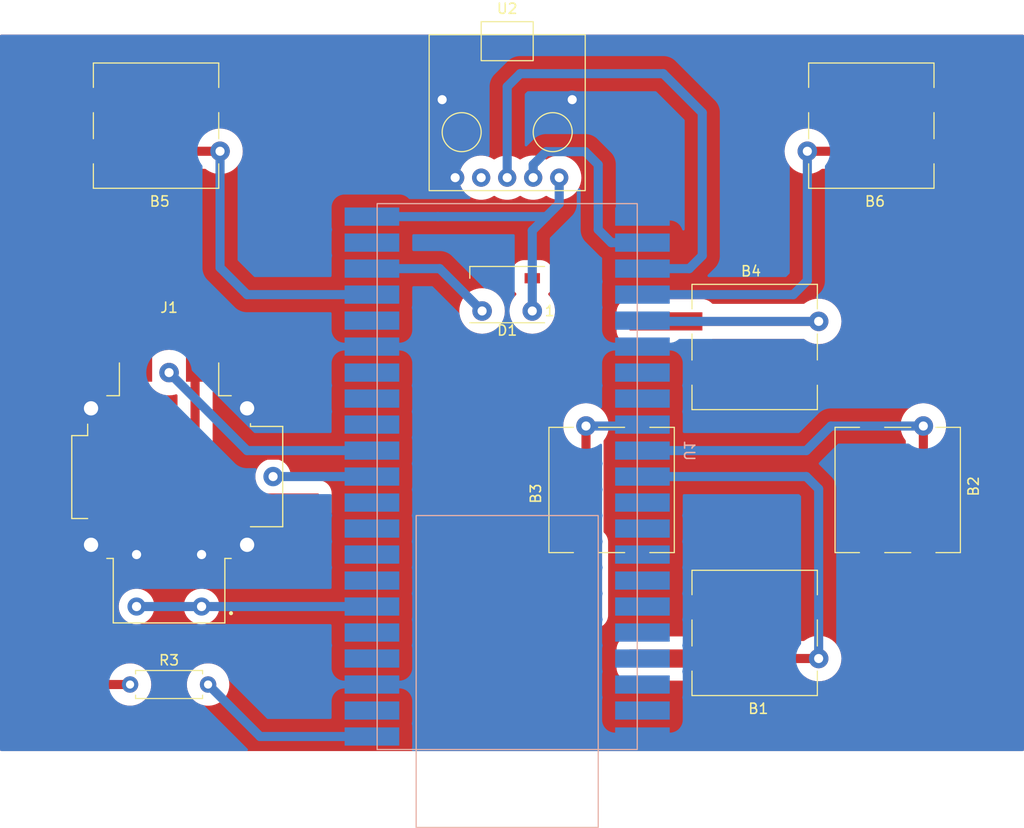
<source format=kicad_pcb>
(kicad_pcb (version 20211014) (generator pcbnew)
  (layers (0 "F.Cu" signal) (31 "B.Cu" signal) (34 "B.Paste" user) (35 "F.Paste" user) (36 "B.SilkS" user "B.Silkscreen") (37 "F.SilkS" user "F.Silkscreen") (38 "B.Mask" user) (39 "F.Mask" user) (44 "Edge.Cuts" user))
  (net 0 "")
  (net 1 "GND")
  (net 2 "Net-(J1-PadH1)")
  (net 3 "+3V3")
  (net 4 "+5V")
  (net 6 "LED")
  (net 7 "J1H")
  (net 8 "J1V")
  (net 9 "J1B")
  (net 10 "USB-")
  (net 11 "USB+")
  (net 28 "B1")
  (net 29 "B2")
  (net 30 "B3")
  (net 31 "B4")
  (net 32 "B5")
  (net 33 "B6")
  (footprint "Resistor_THT:R_Axial_DIN0207_L6.3mm_D2.5mm_P7.62mm_Horizontal" (layer "F.Cu") (at 68.58 96.52)
    (fp_text reference "R3" (at 3.81 -2.37) (layer "F.SilkS"))
    (fp_text value "1K")
    (fp_line (start 0.54 1.37) (end 7.08 1.37) (layer "F.SilkS") (width 0.12))
    (fp_line (start 0.54 -1.37) (end 7.08 -1.37) (layer "F.SilkS") (width 0.12))
    (fp_line (start 7.08 1.37) (end 7.08 1.04) (layer "F.SilkS") (width 0.12))
    (fp_line (start 7.08 -1.37) (end 7.08 -1.04) (layer "F.SilkS") (width 0.12))
    (fp_line (start 0.54 -1.04) (end 0.54 -1.37) (layer "F.SilkS") (width 0.12))
    (fp_line (start 0.54 1.04) (end 0.54 1.37) (layer "F.SilkS") (width 0.12))
    (pad "1" thru_hole circle (at 0 0) (size 1.6 1.6) (drill 0.8) (layers *.Cu *.Mask) (net 2 "Net-(J1-PadH1)"))
    (pad "2" thru_hole oval (at 7.62 0) (size 1.6 1.6) (drill 0.8) (layers *.Cu *.Mask) (net 3 "+3V3"))
  )
  (footprint "MXPAD:FSM103A-SMD" (layer "F.Cu") (at 118.11 71.2597 -90)
    (fp_text reference "B3" (at 6.604 9.906 90) (layer "F.SilkS"))
    (fp_text value "FSM103A")
    (fp_line (start 0.127 8.6233) (end 12.3698 8.6233) (layer "F.SilkS") (width 0.12))
    (fp_line (start 0.127 1.23444) (end 0.127 3.77591) (layer "F.SilkS") (width 0.12))
    (fp_line (start 12.3698 8.6233) (end 12.3698 6.23169) (layer "F.SilkS") (width 0.12))
    (fp_line (start 12.3698 -3.6195) (end 0.127 -3.6195) (layer "F.SilkS") (width 0.12))
    (fp_line (start 0.127 6.23169) (end 0.127 8.6233) (layer "F.SilkS") (width 0.12))
    (fp_line (start 12.3698 3.77591) (end 12.3698 1.22789) (layer "F.SilkS") (width 0.12))
    (fp_line (start 12.3698 -1.22789) (end 12.3698 -3.6195) (layer "F.SilkS") (width 0.12))
    (fp_line (start 0.127 -3.6195) (end 0.127 -1.23444) (layer "F.SilkS") (width 0.12))
    (pad "1" smd rect (at 0 0 270) (size 7.112 1.778) (drill (offset -2.413 0)) (layers "F.Cu" "F.Paste" "F.Mask") (net 1 "GND"))
    (pad "2" thru_hole circle (at 0 5.0038 270) (size 1.905 1.905) (drill 0.889) (layers *.Cu *.Mask) (net 30 "B3"))
    (pad "3" smd rect (at 12.4968 5.0038 270) (size 7.112 1.778) (drill (offset 2.413 0)) (layers "F.Cu" "F.Paste" "F.Mask") (net 30 "B3"))
    (pad "4" smd rect (at 12.4968 0 270) (size 7.112 1.778) (drill (offset 2.413 0)) (layers "F.Cu" "F.Paste" "F.Mask") (net 1 "GND"))
  )
  (footprint "LED_SMD:LED_WS2812B_PLCC4_5.0x5.0mm_P3.2mm" (layer "F.Cu") (at 105.41 58.42 180)
    (fp_text reference "D1" (at 0 -3.5) (layer "F.SilkS"))
    (fp_text value "WS2812B")
    (fp_text user "1" (at -4.15 -1.6) (layer "F.SilkS"))
    (fp_line (start 3.65 2.75) (end 3.65 1.6) (layer "F.SilkS") (width 0.12))
    (fp_line (start -3.65 -2.75) (end 3.65 -2.75) (layer "F.SilkS") (width 0.12))
    (fp_line (start -3.65 2.75) (end 3.65 2.75) (layer "F.SilkS") (width 0.12))
    (pad "1" thru_hole circle (at -2.450008 -1.599997 180) (size 1.905 1.905) (drill 0.889) (layers *.Cu *.Mask) (net 4 "+5V"))
    (pad "2" smd rect (at -2.45 1.6 180) (size 1.5 1) (layers "F.Cu" "F.Paste" "F.Mask"))
    (pad "3" smd rect (at 2.450008 1.599997 180) (size 1.5 1) (layers "F.Cu" "F.Paste" "F.Mask") (net 1 "GND"))
    (pad "4" thru_hole circle (at 2.450008 -1.599997 180) (size 1.905 1.905) (drill 0.889) (layers *.Cu *.Mask) (net 6 "LED"))
  )
  (footprint "MXPAD:FSM103A-SMD" (layer "F.Cu") (at 141.0462 83.7565 90)
    (fp_text reference "B2" (at 6.604 9.906 90) (layer "F.SilkS"))
    (fp_text value "FSM103A")
    (fp_line (start 0.127 8.6233) (end 12.3698 8.6233) (layer "F.SilkS") (width 0.12))
    (fp_line (start 12.3698 8.6233) (end 12.3698 6.23169) (layer "F.SilkS") (width 0.12))
    (fp_line (start 12.3698 -3.6195) (end 0.127 -3.6195) (layer "F.SilkS") (width 0.12))
    (fp_line (start 12.3698 3.77591) (end 12.3698 1.22789) (layer "F.SilkS") (width 0.12))
    (fp_line (start 12.3698 -1.22789) (end 12.3698 -3.6195) (layer "F.SilkS") (width 0.12))
    (fp_line (start 0.127 6.23169) (end 0.127 8.6233) (layer "F.SilkS") (width 0.12))
    (fp_line (start 0.127 1.23444) (end 0.127 3.77591) (layer "F.SilkS") (width 0.12))
    (fp_line (start 0.127 -3.6195) (end 0.127 -1.23444) (layer "F.SilkS") (width 0.12))
    (pad "1" smd rect (at 0 0 90) (size 7.112 1.778) (drill (offset -2.413 0)) (layers "F.Cu" "F.Paste" "F.Mask") (net 1 "GND"))
    (pad "2" smd rect (at 0 5.0038 90) (size 7.112 1.778) (drill (offset -2.413 0)) (layers "F.Cu" "F.Paste" "F.Mask") (net 29 "B2"))
    (pad "3" thru_hole circle (at 12.4968 5.0038 90) (size 1.905 1.905) (drill 0.889) (layers *.Cu *.Mask) (net 29 "B2"))
    (pad "4" smd rect (at 12.4968 0 90) (size 7.112 1.778) (drill (offset 2.413 0)) (layers "F.Cu" "F.Paste" "F.Mask") (net 1 "GND"))
  )
  (footprint "MXPAD:FSM103A-SMD" (layer "F.Cu") (at 123.3297 88.9762)
    (fp_text reference "B1" (at 6.604 9.906) (layer "F.SilkS"))
    (fp_text value "FSM103A")
    (fp_line (start 0.127 8.6233) (end 12.3698 8.6233) (layer "F.SilkS") (width 0.12))
    (fp_line (start 12.3698 -3.6195) (end 0.127 -3.6195) (layer "F.SilkS") (width 0.12))
    (fp_line (start 0.127 6.23169) (end 0.127 8.6233) (layer "F.SilkS") (width 0.12))
    (fp_line (start 12.3698 8.6233) (end 12.3698 6.23169) (layer "F.SilkS") (width 0.12))
    (fp_line (start 0.127 -3.6195) (end 0.127 -1.23444) (layer "F.SilkS") (width 0.12))
    (fp_line (start 12.3698 3.77591) (end 12.3698 1.22789) (layer "F.SilkS") (width 0.12))
    (fp_line (start 0.127 1.23444) (end 0.127 3.77591) (layer "F.SilkS") (width 0.12))
    (fp_line (start 12.3698 -1.22789) (end 12.3698 -3.6195) (layer "F.SilkS") (width 0.12))
    (pad "1" smd rect (at 0 0) (size 7.112 1.778) (drill (offset -2.413 0)) (layers "F.Cu" "F.Paste" "F.Mask") (net 1 "GND"))
    (pad "2" smd rect (at 0 5.0038) (size 7.112 1.778) (drill (offset -2.413 0)) (layers "F.Cu" "F.Paste" "F.Mask") (net 28 "B1"))
    (pad "3" thru_hole circle (at 12.4968 5.0038) (size 1.905 1.905) (drill 0.889) (layers *.Cu *.Mask) (net 28 "B1"))
    (pad "4" smd rect (at 12.4968 0) (size 7.112 1.778) (drill (offset 2.413 0)) (layers "F.Cu" "F.Paste" "F.Mask") (net 1 "GND"))
  )
  (footprint "MXPAD:COM-09032-SMD" (layer "F.Cu") (at 72.39 76.2 180)
    (fp_text reference "J1" (at 0 16.51) (layer "F.SilkS"))
    (fp_text value "COM-09032")
    (fp_line (start -5.45 -14.3) (end 5.45 -14.3) (layer "F.SilkS") (width 0.127))
    (fp_line (start -7.95 5.17) (end -7.95 4.9) (layer "F.SilkS") (width 0.127))
    (fp_line (start -11.1 -4.9) (end -7.95 -4.9) (layer "F.SilkS") (width 0.127))
    (fp_line (start 7.95 -4.1) (end 9.5 -4.1) (layer "F.SilkS") (width 0.127))
    (fp_line (start -5.45 -8) (end -5.45 -14.3) (layer "F.SilkS") (width 0.127))
    (fp_line (start -4.85 11.1) (end -4.85 7.9) (layer "F.SilkS") (width 0.127))
    (fp_line (start 5.45 -14.3) (end 5.45 -8) (layer "F.SilkS") (width 0.127))
    (fp_line (start 5.45 -8) (end 6.08 -8) (layer "F.SilkS") (width 0.127))
    (fp_line (start -4.85 7.9) (end -6.07 7.9) (layer "F.SilkS") (width 0.127))
    (fp_line (start -11.1 4.9) (end -11.1 -4.9) (layer "F.SilkS") (width 0.127))
    (fp_line (start -7.95 4.9) (end -11.1 4.9) (layer "F.SilkS") (width 0.127))
    (fp_line (start 6.08 7.9) (end 4.85 7.9) (layer "F.SilkS") (width 0.127))
    (fp_line (start 4.85 7.9) (end 4.85 11.1) (layer "F.SilkS") (width 0.127))
    (fp_line (start 7.95 4) (end 7.95 5.12) (layer "F.SilkS") (width 0.127))
    (fp_line (start 9.5 -4.1) (end 9.5 4) (layer "F.SilkS") (width 0.127))
    (fp_line (start -6.07 -8) (end -5.45 -8) (layer "F.SilkS") (width 0.127))
    (fp_line (start 9.5 4) (end 7.95 4) (layer "F.SilkS") (width 0.127))
    (fp_circle (center -6.05 -13.35) (end -5.95 -13.35) (layer "F.SilkS") (width 0.2) (fill none))
    (pad "B1A" thru_hole circle (at -3.175 -12.7 180) (size 1.778 1.778) (drill 0.9) (layers *.Cu *.Mask) (remove_unused_layers) (net 9 "J1B"))
    (pad "B1B" thru_hole circle (at 3.175 -12.7 180) (size 1.778 1.778) (drill 0.9) (layers *.Cu *.Mask) (remove_unused_layers) (net 9 "J1B"))
    (pad "B2A" thru_hole circle (at -3.175 -7.62 180) (size 1.778 1.778) (drill 0.9) (layers *.Cu *.Mask) (remove_unused_layers) (net 1 "GND"))
    (pad "B2B" thru_hole circle (at 3.175 -7.62 180) (size 1.778 1.778) (drill 0.9) (layers *.Cu *.Mask) (remove_unused_layers) (net 1 "GND"))
    (pad "H1" smd rect (at -2.54 10.16 180) (size 1.778 5.334) (drill (offset 0 1.778)) (layers "F.Cu" "F.Paste" "F.Mask") (net 2 "Net-(J1-PadH1)"))
    (pad "H2" thru_hole circle (at 0 10.16 180) (size 1.905 1.905) (drill 0.889) (layers *.Cu *.Mask) (net 7 "J1H"))
    (pad "H3" smd rect (at 2.54 10.16 180) (size 1.778 5.334) (drill (offset 0 1.778)) (layers "F.Cu" "F.Paste" "F.Mask") (net 1 "GND"))
    (pad "S1" thru_hole circle (at -7.62 -6.6675 180) (size 2.286 2.286) (drill 1.397) (layers *.Cu *.Mask) (remove_unused_layers) (net 1 "GND"))
    (pad "S2" thru_hole circle (at -7.62 6.6675 180) (size 2.286 2.286) (drill 1.397) (layers *.Cu *.Mask) (remove_unused_layers) (net 1 "GND"))
    (pad "S3" thru_hole circle (at 7.62 6.6675 180) (size 2.286 2.286) (drill 1.397) (layers *.Cu *.Mask) (remove_unused_layers) (net 1 "GND"))
    (pad "S4" thru_hole circle (at 7.62 -6.6675 180) (size 2.286 2.286) (drill 1.397) (layers *.Cu *.Mask) (remove_unused_layers) (net 1 "GND"))
    (pad "V1" smd rect (at -10.16 -2.54 180) (size 5.334 1.778) (drill (offset -1.778 0)) (layers "F.Cu" "F.Paste" "F.Mask") (net 2 "Net-(J1-PadH1)"))
    (pad "V2" thru_hole circle (at -10.16 0 180) (size 1.905 1.905) (drill 0.889) (layers *.Cu *.Mask) (remove_unused_layers) (net 8 "J1V"))
    (pad "V3" smd rect (at -10.16 2.54 180) (size 5.334 1.778) (drill (offset -1.778 0)) (layers "F.Cu" "F.Paste" "F.Mask") (net 1 "GND"))
  )
  (footprint "MXPAD:FSM103A-SMD" (layer "F.Cu") (at 64.8716 39.4081)
    (fp_text reference "B5" (at 6.604 9.906) (layer "F.SilkS"))
    (fp_text value "FSM103A")
    (fp_line (start 0.127 -3.6195) (end 0.127 -1.23444) (layer "F.SilkS") (width 0.12))
    (fp_line (start 12.3698 -3.6195) (end 0.127 -3.6195) (layer "F.SilkS") (width 0.12))
    (fp_line (start 0.127 1.23444) (end 0.127 3.77591) (layer "F.SilkS") (width 0.12))
    (fp_line (start 12.3698 3.77591) (end 12.3698 1.22789) (layer "F.SilkS") (width 0.12))
    (fp_line (start 0.127 6.23169) (end 0.127 8.6233) (layer "F.SilkS") (width 0.12))
    (fp_line (start 0.127 8.6233) (end 12.3698 8.6233) (layer "F.SilkS") (width 0.12))
    (fp_line (start 12.3698 8.6233) (end 12.3698 6.23169) (layer "F.SilkS") (width 0.12))
    (fp_line (start 12.3698 -1.22789) (end 12.3698 -3.6195) (layer "F.SilkS") (width 0.12))
    (pad "1" smd rect (at 0 0) (size 7.112 1.778) (drill (offset -2.413 0)) (layers "F.Cu" "F.Paste" "F.Mask") (net 1 "GND"))
    (pad "2" smd rect (at 0 5.0038) (size 7.112 1.778) (drill (offset -2.413 0)) (layers "F.Cu" "F.Paste" "F.Mask") (net 32 "B5"))
    (pad "3" thru_hole circle (at 12.4968 5.0038) (size 1.905 1.905) (drill 0.889) (layers *.Cu *.Mask) (net 32 "B5"))
    (pad "4" smd rect (at 12.4968 0) (size 7.112 1.778) (drill (offset 2.413 0)) (layers "F.Cu" "F.Paste" "F.Mask") (net 1 "GND"))
  )
  (footprint "MXPAD:MicroUSB" (layer "F.Cu") (at 105.41 41.91)
    (fp_text reference "U2" (at 0 -11.43 unlocked) (layer "F.SilkS"))
    (fp_text value "MicroUSB")
    (fp_rect (start -2.54 -10.16) (end 2.54 -6.35) (layer "F.SilkS") (width 0.12) (fill none))
    (fp_rect (start -7.62 -8.89) (end 7.62 6.35) (layer "F.SilkS") (width 0.12) (fill none))
    (fp_circle (center -4.445 0.635) (end -2.54 0.635) (layer "F.SilkS") (width 0.12) (fill none))
    (fp_circle (center 4.445 0.635) (end 6.35 0.635) (layer "F.SilkS") (width 0.12) (fill none))
    (pad "1" thru_hole circle (at -5.08 5.08) (size 1.778 1.778) (drill 0.889) (layers *.Cu *.Mask) (net 1 "GND"))
    (pad "2" thru_hole circle (at -2.54 5.08) (size 1.778 1.778) (drill 0.889) (layers *.Cu *.Mask))
    (pad "3" thru_hole circle (at 0 5.08) (size 1.778 1.778) (drill 0.889) (layers *.Cu *.Mask) (net 11 "USB+"))
    (pad "4" thru_hole circle (at 2.54 5.08) (size 1.778 1.778) (drill 0.889) (layers *.Cu *.Mask) (net 10 "USB-"))
    (pad "5" thru_hole circle (at 5.08 5.08) (size 1.778 1.778) (drill 0.889) (layers *.Cu *.Mask) (net 4 "+5V"))
    (pad "6" thru_hole circle (at 6.35 -2.54) (size 1.778 1.778) (drill 0.889) (layers *.Cu *.Mask) (net 1 "GND"))
    (pad "7" thru_hole circle (at -6.35 -2.54) (size 1.778 1.778) (drill 0.889) (layers *.Cu *.Mask) (net 1 "GND"))
  )
  (footprint "MXPAD:FSM103A-SMD" (layer "F.Cu") (at 134.7216 39.4081)
    (fp_text reference "B6" (at 6.604 9.906) (layer "F.SilkS"))
    (fp_text value "FSM103A")
    (fp_line (start 0.127 8.6233) (end 12.3698 8.6233) (layer "F.SilkS") (width 0.12))
    (fp_line (start 0.127 6.23169) (end 0.127 8.6233) (layer "F.SilkS") (width 0.12))
    (fp_line (start 12.3698 -3.6195) (end 0.127 -3.6195) (layer "F.SilkS") (width 0.12))
    (fp_line (start 0.127 -3.6195) (end 0.127 -1.23444) (layer "F.SilkS") (width 0.12))
    (fp_line (start 12.3698 8.6233) (end 12.3698 6.23169) (layer "F.SilkS") (width 0.12))
    (fp_line (start 0.127 1.23444) (end 0.127 3.77591) (layer "F.SilkS") (width 0.12))
    (fp_line (start 12.3698 -1.22789) (end 12.3698 -3.6195) (layer "F.SilkS") (width 0.12))
    (fp_line (start 12.3698 3.77591) (end 12.3698 1.22789) (layer "F.SilkS") (width 0.12))
    (pad "1" smd rect (at 0 0) (size 7.112 1.778) (drill (offset -2.413 0)) (layers "F.Cu" "F.Paste" "F.Mask") (net 1 "GND"))
    (pad "2" thru_hole circle (at 0 5.0038) (size 1.905 1.905) (drill 0.889) (layers *.Cu *.Mask) (net 33 "B6"))
    (pad "3" smd rect (at 12.4968 5.0038) (size 7.112 1.778) (drill (offset 2.413 0)) (layers "F.Cu" "F.Paste" "F.Mask") (net 33 "B6"))
    (pad "4" smd rect (at 12.4968 0) (size 7.112 1.778) (drill (offset 2.413 0)) (layers "F.Cu" "F.Paste" "F.Mask") (net 1 "GND"))
  )
  (footprint "MXPAD:FSM103A-SMD" (layer "F.Cu") (at 135.8265 66.04 180)
    (fp_text reference "B4" (at 6.604 9.906) (layer "F.SilkS"))
    (fp_text value "FSM103A")
    (fp_line (start 0.127 6.23169) (end 0.127 8.6233) (layer "F.SilkS") (width 0.12))
    (fp_line (start 12.3698 -1.22789) (end 12.3698 -3.6195) (layer "F.SilkS") (width 0.12))
    (fp_line (start 12.3698 3.77591) (end 12.3698 1.22789) (layer "F.SilkS") (width 0.12))
    (fp_line (start 0.127 1.23444) (end 0.127 3.77591) (layer "F.SilkS") (width 0.12))
    (fp_line (start 12.3698 -3.6195) (end 0.127 -3.6195) (layer "F.SilkS") (width 0.12))
    (fp_line (start 0.127 8.6233) (end 12.3698 8.6233) (layer "F.SilkS") (width 0.12))
    (fp_line (start 0.127 -3.6195) (end 0.127 -1.23444) (layer "F.SilkS") (width 0.12))
    (fp_line (start 12.3698 8.6233) (end 12.3698 6.23169) (layer "F.SilkS") (width 0.12))
    (pad "1" smd rect (at 0 0 180) (size 7.112 1.778) (drill (offset -2.413 0)) (layers "F.Cu" "F.Paste" "F.Mask") (net 1 "GND"))
    (pad "2" thru_hole circle (at 0 5.0038 180) (size 1.905 1.905) (drill 0.889) (layers *.Cu *.Mask) (net 31 "B4"))
    (pad "3" smd rect (at 12.4968 5.0038 180) (size 7.112 1.778) (drill (offset 2.413 0)) (layers "F.Cu" "F.Paste" "F.Mask") (net 31 "B4"))
    (pad "4" smd rect (at 12.4968 0 180) (size 7.112 1.778) (drill (offset 2.413 0)) (layers "F.Cu" "F.Paste" "F.Mask") (net 1 "GND"))
  )
  (footprint "MXPAD:NodeMCU-12K-SMD" (layer "B.Cu") (at 105.41 73.66)
    (fp_text reference "U1" (at 17.78 0 -90 unlocked) (layer "B.SilkS") (effects (justify mirror)))
    (fp_text value "NodeMCU-12K")
    (fp_rect (start -12.7 29.21) (end 12.7 -24.13) (layer "B.SilkS") (width 0.12) (fill none))
    (fp_rect (start -8.89 36.83) (end 8.89 6.35) (layer "B.SilkS") (width 0.12) (fill none))
    (pad "1" smd rect (at -11.43 27.94) (size 5.334 1.778) (drill (offset -1.778 0)) (layers "B.Cu" "B.Paste" "B.Mask") (net 3 "+3V3"))
    (pad "2" smd rect (at -11.43 25.4) (size 5.334 1.778) (drill (offset -1.778 0)) (layers "B.Cu" "B.Paste" "B.Mask"))
    (pad "3" smd rect (at -11.43 22.86) (size 5.334 1.778) (drill (offset -1.778 0)) (layers "B.Cu" "B.Paste" "B.Mask") (net 1 "GND"))
    (pad "4" smd rect (at -11.43 20.32) (size 5.334 1.778) (drill (offset -1.778 0)) (layers "B.Cu" "B.Paste" "B.Mask"))
    (pad "5" smd rect (at -11.43 17.78) (size 5.334 1.778) (drill (offset -1.778 0)) (layers "B.Cu" "B.Paste" "B.Mask"))
    (pad "6" smd rect (at -11.43 15.24) (size 5.334 1.778) (drill (offset -1.778 0)) (layers "B.Cu" "B.Paste" "B.Mask") (net 9 "J1B"))
    (pad "7" smd rect (at -11.43 12.7) (size 5.334 1.778) (drill (offset -1.778 0)) (layers "B.Cu" "B.Paste" "B.Mask"))
    (pad "8" smd rect (at -11.43 10.16) (size 5.334 1.778) (drill (offset -1.778 0)) (layers "B.Cu" "B.Paste" "B.Mask"))
    (pad "9" smd rect (at -11.43 7.62) (size 5.334 1.778) (drill (offset -1.778 0)) (layers "B.Cu" "B.Paste" "B.Mask"))
    (pad "10" smd rect (at -11.43 5.08) (size 5.334 1.778) (drill (offset -1.778 0)) (layers "B.Cu" "B.Paste" "B.Mask"))
    (pad "11" smd rect (at -11.43 2.54) (size 5.334 1.778) (drill (offset -1.778 0)) (layers "B.Cu" "B.Paste" "B.Mask") (net 8 "J1V"))
    (pad "12" smd rect (at -11.43 0) (size 5.334 1.778) (drill (offset -1.778 0)) (layers "B.Cu" "B.Paste" "B.Mask") (net 7 "J1H"))
    (pad "13" smd rect (at -11.43 -2.54) (size 5.334 1.778) (drill (offset -1.778 0)) (layers "B.Cu" "B.Paste" "B.Mask"))
    (pad "14" smd rect (at -11.43 -5.08) (size 5.334 1.778) (drill (offset -1.778 0)) (layers "B.Cu" "B.Paste" "B.Mask"))
    (pad "15" smd rect (at -11.43 -7.62) (size 5.334 1.778) (drill (offset -1.778 0)) (layers "B.Cu" "B.Paste" "B.Mask"))
    (pad "16" smd rect (at -11.43 -10.16) (size 5.334 1.778) (drill (offset -1.778 0)) (layers "B.Cu" "B.Paste" "B.Mask") (net 1 "GND"))
    (pad "17" smd rect (at -11.43 -12.7) (size 5.334 1.778) (drill (offset -1.778 0)) (layers "B.Cu" "B.Paste" "B.Mask"))
    (pad "18" smd rect (at -11.43 -15.24) (size 5.334 1.778) (drill (offset -1.778 0)) (layers "B.Cu" "B.Paste" "B.Mask") (net 32 "B5"))
    (pad "19" smd rect (at -11.43 -17.78) (size 5.334 1.778) (drill (offset -1.778 0)) (layers "B.Cu" "B.Paste" "B.Mask") (net 6 "LED"))
    (pad "20" smd rect (at -11.43 -20.32) (size 5.334 1.778) (drill (offset -1.778 0)) (layers "B.Cu" "B.Paste" "B.Mask"))
    (pad "21" smd rect (at -11.43 -22.86) (size 5.334 1.778) (drill (offset -1.778 0)) (layers "B.Cu" "B.Paste" "B.Mask") (net 4 "+5V"))
    (pad "22" smd rect (at 11.43 -22.86) (size 5.334 1.778) (drill (offset 1.778 0)) (layers "B.Cu" "B.Paste" "B.Mask") (net 1 "GND"))
    (pad "23" smd rect (at 11.43 -20.32) (size 5.334 1.778) (drill (offset 1.778 0)) (layers "B.Cu" "B.Paste" "B.Mask") (net 10 "USB-"))
    (pad "24" smd rect (at 11.43 -17.78) (size 5.334 1.778) (drill (offset 1.778 0)) (layers "B.Cu" "B.Paste" "B.Mask") (net 11 "USB+"))
    (pad "25" smd rect (at 11.43 -15.24) (size 5.334 1.778) (drill (offset 1.778 0)) (layers "B.Cu" "B.Paste" "B.Mask") (net 33 "B6"))
    (pad "26" smd rect (at 11.43 -12.7) (size 5.334 1.778) (drill (offset 1.778 0)) (layers "B.Cu" "B.Paste" "B.Mask") (net 31 "B4"))
    (pad "27" smd rect (at 11.43 -10.16) (size 5.334 1.778) (drill (offset 1.778 0)) (layers "B.Cu" "B.Paste" "B.Mask") (net 1 "GND"))
    (pad "28" smd rect (at 11.43 -7.62) (size 5.334 1.778) (drill (offset 1.778 0)) (layers "B.Cu" "B.Paste" "B.Mask"))
    (pad "29" smd rect (at 11.43 -5.08) (size 5.334 1.778) (drill (offset 1.778 0)) (layers "B.Cu" "B.Paste" "B.Mask"))
    (pad "30" smd rect (at 11.43 -2.54) (size 5.334 1.778) (drill (offset 1.778 0)) (layers "B.Cu" "B.Paste" "B.Mask") (net 30 "B3"))
    (pad "31" smd rect (at 11.43 0) (size 5.334 1.778) (drill (offset 1.778 0)) (layers "B.Cu" "B.Paste" "B.Mask") (net 29 "B2"))
    (pad "32" smd rect (at 11.43 2.54) (size 5.334 1.778) (drill (offset 1.778 0)) (layers "B.Cu" "B.Paste" "B.Mask") (net 28 "B1"))
    (pad "33" smd rect (at 11.43 5.08) (size 5.334 1.778) (drill (offset 1.778 0)) (layers "B.Cu" "B.Paste" "B.Mask"))
    (pad "34" smd rect (at 11.43 7.62) (size 5.334 1.778) (drill (offset 1.778 0)) (layers "B.Cu" "B.Paste" "B.Mask"))
    (pad "35" smd rect (at 11.43 10.16) (size 5.334 1.778) (drill (offset 1.778 0)) (layers "B.Cu" "B.Paste" "B.Mask"))
    (pad "36" smd rect (at 11.43 12.7) (size 5.334 1.778) (drill (offset 1.778 0)) (layers "B.Cu" "B.Paste" "B.Mask"))
    (pad "37" smd rect (at 11.43 15.24) (size 5.334 1.778) (drill (offset 1.778 0)) (layers "B.Cu" "B.Paste" "B.Mask"))
    (pad "38" smd rect (at 11.43 17.78) (size 5.334 1.778) (drill (offset 1.778 0)) (layers "B.Cu" "B.Paste" "B.Mask"))
    (pad "39" smd rect (at 11.43 20.32) (size 5.334 1.778) (drill (offset 1.778 0)) (layers "B.Cu" "B.Paste" "B.Mask"))
    (pad "40" smd rect (at 11.43 22.86) (size 5.334 1.778) (drill (offset 1.778 0)) (layers "B.Cu" "B.Paste" "B.Mask"))
    (pad "41" smd rect (at 11.43 25.4) (size 5.334 1.778) (drill (offset 1.778 0)) (layers "B.Cu" "B.Paste" "B.Mask"))
    (pad "42" smd rect (at 11.43 27.94) (size 5.334 1.778) (drill (offset 1.778 0)) (layers "B.Cu" "B.Paste" "B.Mask") (net 1 "GND"))
  )
  (segment (start 59.69 81.28) (end 63.5 77.47) (width 0.889) (layer "F.Cu") (net 2))
  (segment (start 63.5 77.47) (end 74.93 77.47) (width 0.889) (layer "F.Cu") (net 2))
  (segment (start 82.55 78.74) (end 76.2 78.74) (width 0.889) (layer "F.Cu") (net 2))
  (segment (start 68.58 96.52) (end 62.23 96.52) (width 0.889) (layer "F.Cu") (net 2))
  (segment (start 74.93 77.47) (end 74.93 66.04) (width 0.889) (layer "F.Cu") (net 2))
  (segment (start 59.69 93.98) (end 59.69 81.28) (width 0.889) (layer "F.Cu") (net 2))
  (segment (start 62.23 96.52) (end 59.69 93.98) (width 0.889) (layer "F.Cu") (net 2))
  (segment (start 76.2 78.74) (end 74.93 77.47) (width 0.889) (layer "F.Cu") (net 2))
  (segment (start 76.2 96.52) (end 81.28 101.6) (width 0.889) (layer "B.Cu") (net 3))
  (segment (start 81.28 101.6) (end 93.98 101.6) (width 0.889) (layer "B.Cu") (net 3))
  (segment (start 110.49 46.99) (end 110.49 49.53) (width 0.889) (layer "B.Cu") (net 4))
  (segment (start 109.22 50.8) (end 98.640011 50.8) (width 0.889) (layer "B.Cu") (net 4))
  (segment (start 107.860008 60.019997) (end 107.860008 52.159992) (width 0.889) (layer "B.Cu") (net 4))
  (segment (start 110.49 49.53) (end 109.22 50.8) (width 0.889) (layer "B.Cu") (net 4))
  (segment (start 107.860008 52.159992) (end 109.22 50.8) (width 0.889) (layer "B.Cu") (net 4))
  (segment (start 98.640011 50.8) (end 93.98 50.8) (width 0.889) (layer "B.Cu") (net 4))
  (segment (start 102.959992 60.019997) (end 98.819995 55.88) (width 0.889) (layer "B.Cu") (net 6))
  (segment (start 98.819995 55.88) (end 93.98 55.88) (width 0.889) (layer "B.Cu") (net 6))
  (segment (start 72.39 66.04) (end 80.01 73.66) (width 0.889) (layer "B.Cu") (net 7))
  (segment (start 80.01 73.66) (end 93.98 73.66) (width 0.889) (layer "B.Cu") (net 7))
  (segment (start 82.55 76.2) (end 93.98 76.2) (width 0.889) (layer "B.Cu") (net 8))
  (segment (start 75.565 88.9) (end 69.215 88.9) (width 0.889) (layer "B.Cu") (net 9))
  (segment (start 93.98 88.9) (end 75.565 88.9) (width 0.889) (layer "B.Cu") (net 9))
  (segment (start 107.95 45.72) (end 107.95 46.99) (width 0.889) (layer "B.Cu") (net 10))
  (segment (start 113.03 44.45) (end 109.22 44.45) (width 0.889) (layer "B.Cu") (net 10))
  (segment (start 114.3 52.07) (end 115.57 53.34) (width 0.889) (layer "B.Cu") (net 10))
  (segment (start 114.3 45.72) (end 113.03 44.45) (width 0.889) (layer "B.Cu") (net 10))
  (segment (start 114.3 52.07) (end 114.3 45.72) (width 0.889) (layer "B.Cu") (net 10))
  (segment (start 115.57 53.34) (end 116.84 53.34) (width 0.889) (layer "B.Cu") (net 10))
  (segment (start 109.22 44.45) (end 107.95 45.72) (width 0.889) (layer "B.Cu") (net 10))
  (segment (start 120.65 36.83) (end 124.46 40.64) (width 0.889) (layer "B.Cu") (net 11))
  (segment (start 105.41 46.99) (end 105.41 38.1) (width 0.889) (layer "B.Cu") (net 11))
  (segment (start 106.68 36.83) (end 120.65 36.83) (width 0.889) (layer "B.Cu") (net 11))
  (segment (start 124.46 54.61) (end 123.19 55.88) (width 0.889) (layer "B.Cu") (net 11))
  (segment (start 124.46 40.64) (end 124.46 54.61) (width 0.889) (layer "B.Cu") (net 11))
  (segment (start 105.41 38.1) (end 106.68 36.83) (width 0.889) (layer "B.Cu") (net 11))
  (segment (start 123.19 55.88) (end 116.84 55.88) (width 0.889) (layer "B.Cu") (net 11))
  (segment (start 123.3297 93.98) (end 135.8265 93.98) (width 0.889) (layer "F.Cu") (net 28))
  (segment (start 135.8265 77.4065) (end 134.62 76.2) (width 0.889) (layer "B.Cu") (net 28))
  (segment (start 135.8265 93.98) (end 135.8265 77.4065) (width 0.889) (layer "B.Cu") (net 28))
  (segment (start 134.62 76.2) (end 116.84 76.2) (width 0.889) (layer "B.Cu") (net 28))
  (segment (start 146.05 71.2597) (end 146.05 83.7565) (width 0.889) (layer "F.Cu") (net 29))
  (segment (start 146.05 71.2597) (end 137.0203 71.2597) (width 0.889) (layer "B.Cu") (net 29))
  (segment (start 134.62 73.66) (end 116.84 73.66) (width 0.889) (layer "B.Cu") (net 29))
  (segment (start 137.0203 71.2597) (end 134.62 73.66) (width 0.889) (layer "B.Cu") (net 29))
  (segment (start 113.1062 71.2597) (end 113.1062 83.7565) (width 0.889) (layer "F.Cu") (net 30))
  (segment (start 116.7003 71.2597) (end 116.84 71.12) (width 0.889) (layer "B.Cu") (net 30))
  (segment (start 113.1062 71.2597) (end 116.7003 71.2597) (width 0.889) (layer "B.Cu") (net 30))
  (segment (start 123.3297 61.0362) (end 135.8265 61.0362) (width 0.889) (layer "F.Cu") (net 31))
  (segment (start 116.9162 61.0362) (end 116.84 60.96) (width 0.889) (layer "B.Cu") (net 31))
  (segment (start 135.8265 61.0362) (end 116.9162 61.0362) (width 0.889) (layer "B.Cu") (net 31))
  (segment (start 64.8716 44.4119) (end 77.3684 44.4119) (width 0.889) (layer "F.Cu") (net 32))
  (segment (start 80.01 58.42) (end 93.98 58.42) (width 0.889) (layer "B.Cu") (net 32))
  (segment (start 77.3684 44.4119) (end 77.3684 55.7784) (width 0.889) (layer "B.Cu") (net 32))
  (segment (start 77.3684 55.7784) (end 80.01 58.42) (width 0.889) (layer "B.Cu") (net 32))
  (segment (start 147.2184 44.4119) (end 134.7216 44.4119) (width 0.889) (layer "F.Cu") (net 33))
  (segment (start 133.35 58.42) (end 116.84 58.42) (width 0.889) (layer "B.Cu") (net 33))
  (segment (start 134.7216 44.4119) (end 134.7216 57.0484) (width 0.889) (layer "B.Cu") (net 33))
  (segment (start 134.7216 57.0484) (end 133.35 58.42) (width 0.889) (layer "B.Cu") (net 33))
  (zone (net 1) (net_name "GND") (layers F&B.Cu) (connect_pads yes (clearance 1.27)) (min_thickness 0.254) (fill yes (thermal_gap 0.508) (thermal_bridge_width 0.508))
    (polygon (pts (xy 155.8798 103.0224) (xy 55.88 103.0224) (xy 55.88 33.02) (xy 155.8798 33.02)))
  )
)
</source>
